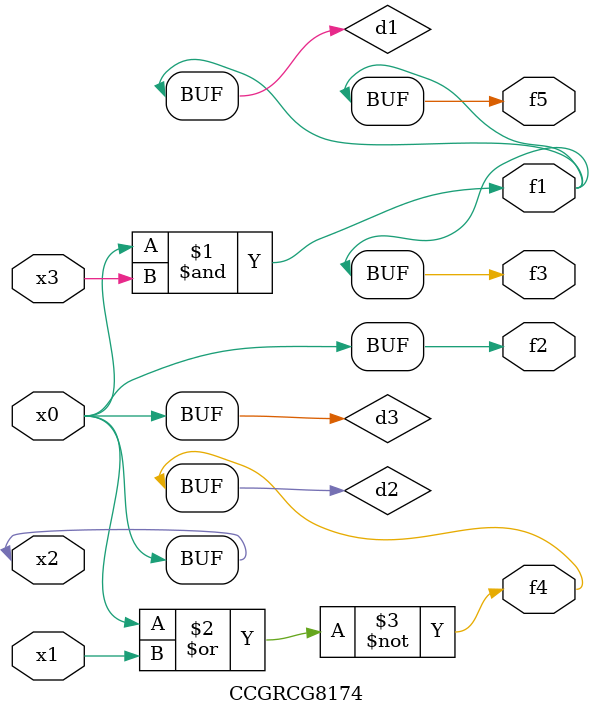
<source format=v>
module CCGRCG8174(
	input x0, x1, x2, x3,
	output f1, f2, f3, f4, f5
);

	wire d1, d2, d3;

	and (d1, x2, x3);
	nor (d2, x0, x1);
	buf (d3, x0, x2);
	assign f1 = d1;
	assign f2 = d3;
	assign f3 = d1;
	assign f4 = d2;
	assign f5 = d1;
endmodule

</source>
